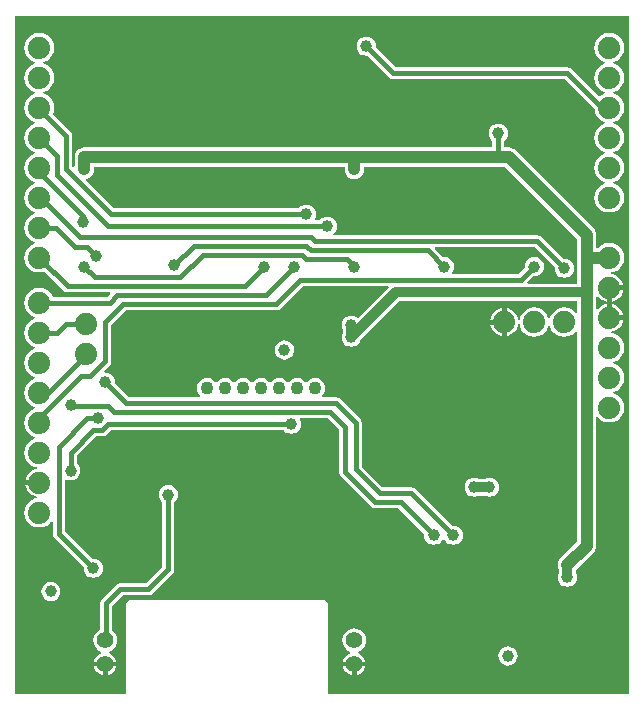
<source format=gbl>
G04*
G04 #@! TF.GenerationSoftware,Altium Limited,Altium Designer,19.1.6 (110)*
G04*
G04 Layer_Physical_Order=2*
G04 Layer_Color=16711680*
%FSLAX25Y25*%
%MOIN*%
G70*
G01*
G75*
%ADD55C,0.03200*%
%ADD56C,0.01600*%
%ADD57C,0.04000*%
%ADD59C,0.03937*%
%ADD60C,0.07400*%
%ADD61C,0.05543*%
%ADD62C,0.03962*%
%ADD63C,0.04356*%
%ADD64C,0.02781*%
G36*
X206662Y227923D02*
Y2039D01*
X106223D01*
Y32000D01*
X106130Y32468D01*
X105865Y32865D01*
X105468Y33130D01*
X105000Y33224D01*
X40000D01*
X39532Y33130D01*
X39135Y32865D01*
X38870Y32468D01*
X38776Y32000D01*
Y2039D01*
X2039D01*
Y227922D01*
X47500D01*
X47516Y227925D01*
X47532Y227922D01*
X50016Y227961D01*
X109999D01*
X206662Y227923D01*
D02*
G37*
%LPC*%
G36*
X200000Y222442D02*
X198721Y222274D01*
X197529Y221780D01*
X196505Y220995D01*
X195720Y219971D01*
X195226Y218779D01*
X195058Y217500D01*
X195226Y216221D01*
X195720Y215029D01*
X196505Y214005D01*
X197529Y213220D01*
X198639Y212760D01*
X198683Y212500D01*
X198639Y212240D01*
X197529Y211780D01*
X196505Y210995D01*
X195720Y209971D01*
X195226Y208779D01*
X195058Y207500D01*
X195226Y206221D01*
X195720Y205029D01*
X196505Y204005D01*
X197529Y203220D01*
X198639Y202760D01*
X198683Y202500D01*
X198639Y202240D01*
X197529Y201780D01*
X196722Y201161D01*
X187442Y210442D01*
X186780Y210884D01*
X186000Y211039D01*
X128845D01*
X122171Y217713D01*
X122208Y218000D01*
X122099Y218830D01*
X121779Y219604D01*
X121269Y220269D01*
X120604Y220779D01*
X119830Y221099D01*
X119000Y221208D01*
X118170Y221099D01*
X117396Y220779D01*
X116731Y220269D01*
X116221Y219604D01*
X115901Y218830D01*
X115792Y218000D01*
X115901Y217170D01*
X116221Y216396D01*
X116731Y215731D01*
X117396Y215221D01*
X118170Y214901D01*
X119000Y214792D01*
X119287Y214829D01*
X126558Y207558D01*
X127220Y207116D01*
X128000Y206961D01*
X185155D01*
X195125Y196992D01*
X195226Y196221D01*
X195720Y195029D01*
X196505Y194005D01*
X197529Y193220D01*
X198639Y192760D01*
X198683Y192500D01*
X198639Y192240D01*
X197529Y191780D01*
X196505Y190995D01*
X195720Y189971D01*
X195226Y188779D01*
X195058Y187500D01*
X195226Y186221D01*
X195720Y185029D01*
X196505Y184005D01*
X197529Y183220D01*
X198639Y182760D01*
X198683Y182500D01*
X198639Y182240D01*
X197529Y181780D01*
X196505Y180995D01*
X195720Y179971D01*
X195226Y178779D01*
X195058Y177500D01*
X195226Y176221D01*
X195720Y175029D01*
X196505Y174005D01*
X197529Y173220D01*
X198639Y172760D01*
X198683Y172500D01*
X198639Y172240D01*
X197529Y171780D01*
X196505Y170995D01*
X195720Y169971D01*
X195226Y168779D01*
X195058Y167500D01*
X195226Y166221D01*
X195720Y165029D01*
X196505Y164005D01*
X197529Y163220D01*
X198721Y162726D01*
X200000Y162558D01*
X201279Y162726D01*
X202471Y163220D01*
X203495Y164005D01*
X204280Y165029D01*
X204774Y166221D01*
X204942Y167500D01*
X204774Y168779D01*
X204280Y169971D01*
X203495Y170995D01*
X202471Y171780D01*
X201361Y172240D01*
X201317Y172500D01*
X201361Y172760D01*
X202471Y173220D01*
X203495Y174005D01*
X204280Y175029D01*
X204774Y176221D01*
X204942Y177500D01*
X204774Y178779D01*
X204280Y179971D01*
X203495Y180995D01*
X202471Y181780D01*
X201361Y182240D01*
X201317Y182500D01*
X201361Y182760D01*
X202471Y183220D01*
X203495Y184005D01*
X204280Y185029D01*
X204774Y186221D01*
X204942Y187500D01*
X204774Y188779D01*
X204280Y189971D01*
X203495Y190995D01*
X202471Y191780D01*
X201361Y192240D01*
X201317Y192500D01*
X201361Y192760D01*
X202471Y193220D01*
X203495Y194005D01*
X204280Y195029D01*
X204774Y196221D01*
X204942Y197500D01*
X204774Y198779D01*
X204280Y199971D01*
X203495Y200995D01*
X202471Y201780D01*
X201361Y202240D01*
X201317Y202500D01*
X201361Y202760D01*
X202471Y203220D01*
X203495Y204005D01*
X204280Y205029D01*
X204774Y206221D01*
X204942Y207500D01*
X204774Y208779D01*
X204280Y209971D01*
X203495Y210995D01*
X202471Y211780D01*
X201361Y212240D01*
X201317Y212500D01*
X201361Y212760D01*
X202471Y213220D01*
X203495Y214005D01*
X204280Y215029D01*
X204774Y216221D01*
X204942Y217500D01*
X204774Y218779D01*
X204280Y219971D01*
X203495Y220995D01*
X202471Y221780D01*
X201279Y222274D01*
X200000Y222442D01*
D02*
G37*
G36*
X204635Y136700D02*
X200800D01*
Y132865D01*
X201227Y132921D01*
X202370Y133395D01*
X203352Y134148D01*
X204105Y135130D01*
X204579Y136273D01*
X204635Y136700D01*
D02*
G37*
G36*
X10000Y222442D02*
X8721Y222274D01*
X7529Y221780D01*
X6505Y220995D01*
X5720Y219971D01*
X5226Y218779D01*
X5058Y217500D01*
X5226Y216221D01*
X5720Y215029D01*
X6505Y214005D01*
X7529Y213220D01*
X8639Y212760D01*
X8683Y212500D01*
X8639Y212240D01*
X7529Y211780D01*
X6505Y210995D01*
X5720Y209971D01*
X5226Y208779D01*
X5058Y207500D01*
X5226Y206221D01*
X5720Y205029D01*
X6505Y204005D01*
X7529Y203220D01*
X8639Y202760D01*
X8683Y202500D01*
X8639Y202240D01*
X7529Y201780D01*
X6505Y200995D01*
X5720Y199971D01*
X5226Y198779D01*
X5058Y197500D01*
X5226Y196221D01*
X5720Y195029D01*
X6505Y194005D01*
X7529Y193220D01*
X8639Y192760D01*
X8683Y192500D01*
X8639Y192240D01*
X7529Y191780D01*
X6505Y190995D01*
X5720Y189971D01*
X5226Y188779D01*
X5058Y187500D01*
X5226Y186221D01*
X5720Y185029D01*
X6505Y184005D01*
X7529Y183220D01*
X8639Y182760D01*
X8683Y182500D01*
X8639Y182240D01*
X7529Y181780D01*
X6505Y180995D01*
X5720Y179971D01*
X5226Y178779D01*
X5058Y177500D01*
X5226Y176221D01*
X5720Y175029D01*
X6505Y174005D01*
X7529Y173220D01*
X8639Y172760D01*
X8683Y172500D01*
X8639Y172240D01*
X7529Y171780D01*
X6505Y170995D01*
X5720Y169971D01*
X5226Y168779D01*
X5058Y167500D01*
X5226Y166221D01*
X5720Y165029D01*
X6505Y164005D01*
X7529Y163220D01*
X8639Y162760D01*
X8683Y162500D01*
X8639Y162240D01*
X7529Y161780D01*
X6505Y160995D01*
X5720Y159971D01*
X5226Y158779D01*
X5058Y157500D01*
X5226Y156221D01*
X5720Y155029D01*
X6505Y154005D01*
X7529Y153220D01*
X8639Y152760D01*
X8683Y152500D01*
X8639Y152240D01*
X7529Y151780D01*
X6505Y150995D01*
X5720Y149971D01*
X5226Y148779D01*
X5058Y147500D01*
X5226Y146221D01*
X5720Y145029D01*
X6505Y144005D01*
X7529Y143220D01*
X8721Y142726D01*
X10000Y142558D01*
X11279Y142726D01*
X11711Y142905D01*
X18058Y136558D01*
X18720Y136116D01*
X19500Y135961D01*
X33424D01*
X33615Y135499D01*
X32655Y134539D01*
X14459D01*
X14280Y134971D01*
X13495Y135995D01*
X12471Y136780D01*
X11279Y137274D01*
X10000Y137442D01*
X8721Y137274D01*
X7529Y136780D01*
X6505Y135995D01*
X5720Y134971D01*
X5226Y133779D01*
X5058Y132500D01*
X5226Y131221D01*
X5720Y130029D01*
X6505Y129005D01*
X7529Y128220D01*
X8639Y127760D01*
X8683Y127500D01*
X8639Y127240D01*
X7529Y126780D01*
X6505Y125995D01*
X5720Y124971D01*
X5226Y123779D01*
X5058Y122500D01*
X5226Y121221D01*
X5720Y120029D01*
X6505Y119005D01*
X7529Y118220D01*
X8639Y117760D01*
X8683Y117500D01*
X8639Y117240D01*
X7529Y116780D01*
X6505Y115995D01*
X5720Y114971D01*
X5226Y113779D01*
X5058Y112500D01*
X5226Y111221D01*
X5720Y110029D01*
X6505Y109005D01*
X7529Y108220D01*
X8639Y107760D01*
X8683Y107500D01*
X8639Y107240D01*
X7529Y106780D01*
X6505Y105995D01*
X5720Y104971D01*
X5226Y103779D01*
X5058Y102500D01*
X5226Y101221D01*
X5720Y100029D01*
X6505Y99005D01*
X7529Y98220D01*
X8639Y97760D01*
X8683Y97500D01*
X8639Y97240D01*
X7529Y96780D01*
X6505Y95995D01*
X5720Y94971D01*
X5226Y93779D01*
X5058Y92500D01*
X5226Y91221D01*
X5720Y90029D01*
X6505Y89005D01*
X7529Y88220D01*
X8639Y87760D01*
X8683Y87500D01*
X8639Y87240D01*
X7529Y86780D01*
X6505Y85995D01*
X5720Y84971D01*
X5226Y83779D01*
X5058Y82500D01*
X5226Y81221D01*
X5720Y80029D01*
X6505Y79005D01*
X7529Y78220D01*
X8721Y77726D01*
X9289Y77651D01*
Y77147D01*
X8773Y77079D01*
X7630Y76605D01*
X6648Y75852D01*
X5895Y74870D01*
X5421Y73727D01*
X5365Y73300D01*
X10000D01*
Y71700D01*
X5365D01*
X5421Y71273D01*
X5895Y70130D01*
X6648Y69148D01*
X7630Y68395D01*
X8773Y67921D01*
X9289Y67853D01*
Y67349D01*
X8721Y67274D01*
X7529Y66780D01*
X6505Y65995D01*
X5720Y64971D01*
X5226Y63779D01*
X5058Y62500D01*
X5226Y61221D01*
X5720Y60029D01*
X6505Y59005D01*
X7529Y58220D01*
X8721Y57726D01*
X10000Y57558D01*
X11279Y57726D01*
X12471Y58220D01*
X13495Y59005D01*
X13961Y59613D01*
X14461Y59443D01*
Y55500D01*
X14616Y54720D01*
X15058Y54058D01*
X24829Y44287D01*
X24792Y44000D01*
X24901Y43170D01*
X25221Y42396D01*
X25731Y41731D01*
X26396Y41221D01*
X27170Y40901D01*
X28000Y40792D01*
X28830Y40901D01*
X29604Y41221D01*
X30269Y41731D01*
X30779Y42396D01*
X31099Y43170D01*
X31208Y44000D01*
X31099Y44830D01*
X30779Y45604D01*
X30269Y46269D01*
X29604Y46779D01*
X28830Y47099D01*
X28000Y47208D01*
X27713Y47171D01*
X18539Y56345D01*
Y73425D01*
X19039Y73662D01*
X19670Y73401D01*
X20500Y73291D01*
X21330Y73401D01*
X22104Y73721D01*
X22769Y74231D01*
X23279Y74896D01*
X23599Y75670D01*
X23708Y76500D01*
X23599Y77330D01*
X23279Y78104D01*
X22769Y78769D01*
X22539Y78945D01*
Y81655D01*
X28845Y87961D01*
X31000D01*
X31780Y88116D01*
X32442Y88558D01*
X33845Y89961D01*
X91555D01*
X91731Y89731D01*
X92396Y89221D01*
X93170Y88901D01*
X94000Y88792D01*
X94830Y88901D01*
X95604Y89221D01*
X96269Y89731D01*
X96779Y90396D01*
X97099Y91170D01*
X97208Y92000D01*
X97099Y92830D01*
X96838Y93461D01*
X97075Y93961D01*
X106155D01*
X109961Y90155D01*
Y76000D01*
X110116Y75220D01*
X110558Y74558D01*
X120558Y64558D01*
X120558Y64558D01*
X121220Y64116D01*
X122000Y63961D01*
X122000Y63961D01*
X129655D01*
X138329Y55287D01*
X138292Y55000D01*
X138401Y54170D01*
X138721Y53396D01*
X139231Y52731D01*
X139896Y52221D01*
X140670Y51901D01*
X141500Y51792D01*
X142330Y51901D01*
X143104Y52221D01*
X143769Y52731D01*
X144279Y53396D01*
X144479Y53881D01*
X145021D01*
X145221Y53396D01*
X145731Y52731D01*
X146396Y52221D01*
X147170Y51901D01*
X148000Y51792D01*
X148830Y51901D01*
X149604Y52221D01*
X150269Y52731D01*
X150779Y53396D01*
X151099Y54170D01*
X151208Y55000D01*
X151099Y55830D01*
X150779Y56604D01*
X150269Y57269D01*
X149604Y57779D01*
X148830Y58099D01*
X148000Y58209D01*
X147713Y58171D01*
X135442Y70442D01*
X134780Y70884D01*
X134000Y71039D01*
X124345D01*
X117539Y77845D01*
Y92500D01*
X117384Y93280D01*
X116942Y93942D01*
X110442Y100442D01*
X109780Y100884D01*
X109000Y101039D01*
X104512D01*
X104342Y101539D01*
X104409Y101591D01*
X104951Y102296D01*
X105291Y103118D01*
X105407Y104000D01*
X105291Y104882D01*
X104951Y105704D01*
X104409Y106409D01*
X103704Y106951D01*
X102882Y107291D01*
X102000Y107407D01*
X101118Y107291D01*
X100296Y106951D01*
X99591Y106409D01*
X99315Y106050D01*
X98685D01*
X98409Y106409D01*
X97704Y106951D01*
X96882Y107291D01*
X96000Y107407D01*
X95118Y107291D01*
X94296Y106951D01*
X93591Y106409D01*
X93315Y106050D01*
X92685D01*
X92409Y106409D01*
X91704Y106951D01*
X90882Y107291D01*
X90000Y107407D01*
X89118Y107291D01*
X88296Y106951D01*
X87591Y106409D01*
X87315Y106050D01*
X86685D01*
X86409Y106409D01*
X85704Y106951D01*
X84882Y107291D01*
X84000Y107407D01*
X83118Y107291D01*
X82296Y106951D01*
X81591Y106409D01*
X81315Y106050D01*
X80685D01*
X80409Y106409D01*
X79704Y106951D01*
X78882Y107291D01*
X78000Y107407D01*
X77118Y107291D01*
X76296Y106951D01*
X75591Y106409D01*
X75315Y106050D01*
X74685D01*
X74409Y106409D01*
X73704Y106951D01*
X72882Y107291D01*
X72000Y107407D01*
X71118Y107291D01*
X70296Y106951D01*
X69591Y106409D01*
X69315Y106050D01*
X68685D01*
X68409Y106409D01*
X67704Y106951D01*
X66882Y107291D01*
X66000Y107407D01*
X65118Y107291D01*
X64296Y106951D01*
X63591Y106409D01*
X63049Y105704D01*
X62709Y104882D01*
X62593Y104000D01*
X62709Y103118D01*
X63049Y102296D01*
X63591Y101591D01*
X63658Y101539D01*
X63488Y101039D01*
X39845D01*
X35171Y105713D01*
X35208Y106000D01*
X35099Y106830D01*
X34779Y107604D01*
X34269Y108269D01*
X33604Y108779D01*
X32830Y109099D01*
X32000Y109208D01*
X31769Y109178D01*
X31535Y109652D01*
X33442Y111558D01*
X33884Y112220D01*
X34039Y113000D01*
Y125155D01*
X38845Y129961D01*
X89000D01*
X89780Y130116D01*
X90442Y130558D01*
X97845Y137961D01*
X126314D01*
X126505Y137499D01*
X116274Y127268D01*
X116269Y127269D01*
X115604Y127779D01*
X114830Y128099D01*
X114000Y128208D01*
X113170Y128099D01*
X112396Y127779D01*
X111731Y127269D01*
X111221Y126604D01*
X110901Y125830D01*
X110792Y125000D01*
X110901Y124170D01*
X111176Y123506D01*
Y122494D01*
X110901Y121830D01*
X110792Y121000D01*
X110901Y120170D01*
X111221Y119396D01*
X111731Y118731D01*
X112396Y118221D01*
X113170Y117901D01*
X114000Y117792D01*
X114830Y117901D01*
X115604Y118221D01*
X116269Y118731D01*
X116779Y119396D01*
X117054Y120060D01*
X130170Y133176D01*
X189272D01*
Y129259D01*
X188799Y129098D01*
X188495Y129495D01*
X187471Y130280D01*
X186279Y130774D01*
X185000Y130942D01*
X183721Y130774D01*
X182529Y130280D01*
X181505Y129495D01*
X180720Y128471D01*
X180260Y127361D01*
X180000Y127317D01*
X179740Y127361D01*
X179280Y128471D01*
X178495Y129495D01*
X177471Y130280D01*
X176279Y130774D01*
X175000Y130942D01*
X173721Y130774D01*
X172529Y130280D01*
X171505Y129495D01*
X170720Y128471D01*
X170226Y127279D01*
X170151Y126711D01*
X169647D01*
X169579Y127227D01*
X169105Y128370D01*
X168352Y129352D01*
X167370Y130105D01*
X166227Y130579D01*
X165800Y130635D01*
Y126000D01*
Y121365D01*
X166227Y121421D01*
X167370Y121895D01*
X168352Y122648D01*
X169105Y123630D01*
X169579Y124773D01*
X169647Y125289D01*
X170151D01*
X170226Y124721D01*
X170720Y123529D01*
X171505Y122505D01*
X172529Y121720D01*
X173721Y121226D01*
X175000Y121058D01*
X176279Y121226D01*
X177471Y121720D01*
X178495Y122505D01*
X179280Y123529D01*
X179740Y124639D01*
X180000Y124683D01*
X180260Y124639D01*
X180720Y123529D01*
X181505Y122505D01*
X182529Y121720D01*
X183721Y121226D01*
X185000Y121058D01*
X186279Y121226D01*
X187471Y121720D01*
X188495Y122505D01*
X188799Y122902D01*
X189272Y122741D01*
Y52837D01*
X183718Y47282D01*
X183205Y46614D01*
X182882Y45835D01*
X182772Y45000D01*
X182882Y44165D01*
X183176Y43456D01*
Y42494D01*
X182901Y41830D01*
X182792Y41000D01*
X182901Y40170D01*
X183221Y39396D01*
X183731Y38731D01*
X184396Y38221D01*
X185170Y37901D01*
X186000Y37792D01*
X186830Y37901D01*
X187604Y38221D01*
X188269Y38731D01*
X188779Y39396D01*
X189099Y40170D01*
X189208Y41000D01*
X189099Y41830D01*
X188824Y42494D01*
Y43260D01*
X194782Y49218D01*
X195295Y49886D01*
X195618Y50665D01*
X195728Y51500D01*
Y94241D01*
X196201Y94402D01*
X196505Y94005D01*
X197529Y93220D01*
X198721Y92726D01*
X200000Y92558D01*
X201279Y92726D01*
X202471Y93220D01*
X203495Y94005D01*
X204280Y95029D01*
X204774Y96221D01*
X204942Y97500D01*
X204774Y98779D01*
X204280Y99971D01*
X203495Y100995D01*
X202471Y101780D01*
X201361Y102240D01*
X201317Y102500D01*
X201361Y102760D01*
X202471Y103220D01*
X203495Y104005D01*
X204280Y105029D01*
X204774Y106221D01*
X204942Y107500D01*
X204774Y108779D01*
X204280Y109971D01*
X203495Y110995D01*
X202471Y111780D01*
X201361Y112240D01*
X201317Y112500D01*
X201361Y112760D01*
X202471Y113220D01*
X203495Y114005D01*
X204280Y115029D01*
X204774Y116221D01*
X204942Y117500D01*
X204774Y118779D01*
X204280Y119971D01*
X203495Y120995D01*
X202471Y121780D01*
X201279Y122274D01*
X200711Y122349D01*
Y122853D01*
X201227Y122921D01*
X202370Y123395D01*
X203352Y124148D01*
X204105Y125130D01*
X204579Y126273D01*
X204635Y126700D01*
X200000D01*
Y127500D01*
X199200D01*
Y132135D01*
X198773Y132079D01*
X197630Y131605D01*
X196648Y130852D01*
X196228Y130304D01*
X195728Y130474D01*
Y134526D01*
X196228Y134696D01*
X196648Y134148D01*
X197630Y133395D01*
X198773Y132921D01*
X199200Y132865D01*
Y137500D01*
X200000D01*
Y138300D01*
X204635D01*
X204579Y138727D01*
X204105Y139870D01*
X203352Y140852D01*
X202370Y141605D01*
X201227Y142079D01*
X200711Y142147D01*
Y142651D01*
X201279Y142726D01*
X202471Y143220D01*
X203495Y144005D01*
X204280Y145029D01*
X204774Y146221D01*
X204942Y147500D01*
X204774Y148779D01*
X204280Y149971D01*
X203495Y150995D01*
X202471Y151780D01*
X201279Y152274D01*
X200000Y152442D01*
X198721Y152274D01*
X197529Y151780D01*
X196505Y150995D01*
X196300Y150728D01*
X195728D01*
Y155000D01*
X195618Y155835D01*
X195295Y156614D01*
X194782Y157282D01*
X168782Y183282D01*
X168114Y183795D01*
X167335Y184118D01*
X166500Y184228D01*
X165039D01*
Y186555D01*
X165269Y186731D01*
X165779Y187396D01*
X166099Y188170D01*
X166208Y189000D01*
X166099Y189830D01*
X165779Y190604D01*
X165269Y191269D01*
X164604Y191779D01*
X163830Y192099D01*
X163000Y192208D01*
X162170Y192099D01*
X161396Y191779D01*
X160731Y191269D01*
X160221Y190604D01*
X159901Y189830D01*
X159792Y189000D01*
X159901Y188170D01*
X160221Y187396D01*
X160731Y186731D01*
X160961Y186555D01*
Y184228D01*
X25000D01*
X24165Y184118D01*
X23386Y183795D01*
X22718Y183282D01*
X22205Y182614D01*
X21882Y181835D01*
X21772Y181000D01*
Y178003D01*
X21272Y177772D01*
X21039Y177955D01*
Y188000D01*
X20884Y188780D01*
X20442Y189442D01*
X14448Y195435D01*
X14774Y196221D01*
X14942Y197500D01*
X14774Y198779D01*
X14280Y199971D01*
X13495Y200995D01*
X12471Y201780D01*
X11361Y202240D01*
X11317Y202500D01*
X11361Y202760D01*
X12471Y203220D01*
X13495Y204005D01*
X14280Y205029D01*
X14774Y206221D01*
X14942Y207500D01*
X14774Y208779D01*
X14280Y209971D01*
X13495Y210995D01*
X12471Y211780D01*
X11361Y212240D01*
X11317Y212500D01*
X11361Y212760D01*
X12471Y213220D01*
X13495Y214005D01*
X14280Y215029D01*
X14774Y216221D01*
X14942Y217500D01*
X14774Y218779D01*
X14280Y219971D01*
X13495Y220995D01*
X12471Y221780D01*
X11279Y222274D01*
X10000Y222442D01*
D02*
G37*
G36*
X200800Y132135D02*
Y128300D01*
X204635D01*
X204579Y128727D01*
X204105Y129870D01*
X203352Y130852D01*
X202370Y131605D01*
X201227Y132079D01*
X200800Y132135D01*
D02*
G37*
G36*
X164200Y130635D02*
X163773Y130579D01*
X162630Y130105D01*
X161648Y129352D01*
X160895Y128370D01*
X160421Y127227D01*
X160365Y126800D01*
X164200D01*
Y130635D01*
D02*
G37*
G36*
Y125200D02*
X160365D01*
X160421Y124773D01*
X160895Y123630D01*
X161648Y122648D01*
X162630Y121895D01*
X163773Y121421D01*
X164200Y121365D01*
Y125200D01*
D02*
G37*
G36*
X91733Y119944D02*
X90906Y119835D01*
X90135Y119516D01*
X89473Y119008D01*
X88965Y118346D01*
X88646Y117575D01*
X88537Y116748D01*
X88646Y115921D01*
X88965Y115150D01*
X89473Y114488D01*
X90135Y113980D01*
X90906Y113661D01*
X91733Y113552D01*
X92560Y113661D01*
X93331Y113980D01*
X93993Y114488D01*
X94501Y115150D01*
X94820Y115921D01*
X94929Y116748D01*
X94820Y117575D01*
X94501Y118346D01*
X93993Y119008D01*
X93331Y119516D01*
X92560Y119835D01*
X91733Y119944D01*
D02*
G37*
G36*
X160000Y74208D02*
X159170Y74099D01*
X158506Y73824D01*
X156494D01*
X155830Y74099D01*
X155000Y74208D01*
X154170Y74099D01*
X153396Y73779D01*
X152731Y73269D01*
X152221Y72604D01*
X151901Y71830D01*
X151792Y71000D01*
X151901Y70170D01*
X152221Y69396D01*
X152731Y68731D01*
X153396Y68221D01*
X154170Y67901D01*
X155000Y67791D01*
X155830Y67901D01*
X156494Y68176D01*
X158506D01*
X159170Y67901D01*
X160000Y67791D01*
X160830Y67901D01*
X161604Y68221D01*
X162269Y68731D01*
X162779Y69396D01*
X163099Y70170D01*
X163208Y71000D01*
X163099Y71830D01*
X162779Y72604D01*
X162269Y73269D01*
X161604Y73779D01*
X160830Y74099D01*
X160000Y74208D01*
D02*
G37*
G36*
X13887Y39468D02*
X13060Y39359D01*
X12289Y39040D01*
X11627Y38532D01*
X11119Y37870D01*
X10800Y37099D01*
X10691Y36272D01*
X10800Y35445D01*
X11119Y34674D01*
X11627Y34012D01*
X12289Y33504D01*
X13060Y33185D01*
X13887Y33076D01*
X14714Y33185D01*
X15485Y33504D01*
X16147Y34012D01*
X16655Y34674D01*
X16974Y35445D01*
X17083Y36272D01*
X16974Y37099D01*
X16655Y37870D01*
X16147Y38532D01*
X15485Y39040D01*
X14714Y39359D01*
X13887Y39468D01*
D02*
G37*
G36*
X115000Y23943D02*
X113963Y23806D01*
X112997Y23406D01*
X112168Y22770D01*
X111531Y21940D01*
X111131Y20974D01*
X110994Y19937D01*
X111131Y18900D01*
X111531Y17934D01*
X112168Y17105D01*
X112997Y16468D01*
X113735Y16162D01*
X113735Y15621D01*
X113098Y15357D01*
X112310Y14753D01*
X111706Y13965D01*
X111326Y13048D01*
X111301Y12863D01*
X115000D01*
X118699D01*
X118674Y13048D01*
X118294Y13965D01*
X117690Y14753D01*
X116902Y15357D01*
X116265Y15621D01*
X116265Y16162D01*
X117003Y16468D01*
X117833Y17105D01*
X118469Y17934D01*
X118869Y18900D01*
X119006Y19937D01*
X118869Y20974D01*
X118469Y21940D01*
X117833Y22770D01*
X117003Y23406D01*
X116037Y23806D01*
X115000Y23943D01*
D02*
G37*
G36*
X53000Y71709D02*
X52170Y71599D01*
X51396Y71279D01*
X50731Y70769D01*
X50221Y70104D01*
X49901Y69330D01*
X49792Y68500D01*
X49901Y67670D01*
X50221Y66896D01*
X50731Y66231D01*
X50961Y66055D01*
Y44425D01*
X45575Y39039D01*
X37000D01*
X36220Y38884D01*
X35558Y38442D01*
X30915Y33799D01*
X30473Y33137D01*
X30318Y32357D01*
Y23539D01*
X29997Y23406D01*
X29168Y22770D01*
X28531Y21940D01*
X28131Y20974D01*
X27994Y19937D01*
X28131Y18900D01*
X28531Y17934D01*
X29168Y17105D01*
X29997Y16468D01*
X30735Y16162D01*
X30735Y15621D01*
X30098Y15357D01*
X29310Y14753D01*
X28706Y13965D01*
X28326Y13048D01*
X28301Y12863D01*
X32000D01*
X35699D01*
X35674Y13048D01*
X35294Y13965D01*
X34690Y14753D01*
X33902Y15357D01*
X33265Y15621D01*
X33265Y16162D01*
X34003Y16468D01*
X34833Y17105D01*
X35469Y17934D01*
X35869Y18900D01*
X36006Y19937D01*
X35869Y20974D01*
X35469Y21940D01*
X34833Y22770D01*
X34396Y23104D01*
Y31512D01*
X37845Y34961D01*
X46420D01*
X47200Y35116D01*
X47862Y35558D01*
X54442Y42138D01*
X54442Y42138D01*
X54884Y42800D01*
X55039Y43580D01*
X55039Y43580D01*
Y66055D01*
X55269Y66231D01*
X55779Y66896D01*
X56099Y67670D01*
X56208Y68500D01*
X56099Y69330D01*
X55779Y70104D01*
X55269Y70769D01*
X54604Y71279D01*
X53830Y71599D01*
X53000Y71709D01*
D02*
G37*
G36*
X166233Y17944D02*
X165406Y17835D01*
X164635Y17516D01*
X163973Y17008D01*
X163465Y16346D01*
X163146Y15575D01*
X163037Y14748D01*
X163146Y13921D01*
X163465Y13150D01*
X163973Y12488D01*
X164635Y11980D01*
X165406Y11661D01*
X166233Y11552D01*
X167060Y11661D01*
X167831Y11980D01*
X168493Y12488D01*
X169001Y13150D01*
X169320Y13921D01*
X169429Y14748D01*
X169320Y15575D01*
X169001Y16346D01*
X168493Y17008D01*
X167831Y17516D01*
X167060Y17835D01*
X166233Y17944D01*
D02*
G37*
G36*
X35699Y11263D02*
X32800D01*
Y8364D01*
X32985Y8389D01*
X33902Y8769D01*
X34690Y9373D01*
X35294Y10161D01*
X35674Y11078D01*
X35699Y11263D01*
D02*
G37*
G36*
X118699D02*
X115800D01*
Y8364D01*
X115985Y8389D01*
X116902Y8769D01*
X117690Y9373D01*
X118294Y10161D01*
X118674Y11078D01*
X118699Y11263D01*
D02*
G37*
G36*
X114200D02*
X111301D01*
X111326Y11078D01*
X111706Y10161D01*
X112310Y9373D01*
X113098Y8769D01*
X114015Y8389D01*
X114200Y8364D01*
Y11263D01*
D02*
G37*
G36*
X31200D02*
X28301D01*
X28326Y11078D01*
X28706Y10161D01*
X29310Y9373D01*
X30098Y8769D01*
X31015Y8389D01*
X31200Y8364D01*
Y11263D01*
D02*
G37*
%LPD*%
G36*
X189272Y153663D02*
Y147500D01*
Y138824D01*
X172861D01*
X172670Y139286D01*
X174713Y141329D01*
X175000Y141292D01*
X175830Y141401D01*
X176604Y141721D01*
X177269Y142231D01*
X177779Y142896D01*
X178099Y143670D01*
X178208Y144500D01*
X178099Y145330D01*
X177779Y146104D01*
X177269Y146769D01*
X176604Y147279D01*
X175830Y147599D01*
X175000Y147708D01*
X174170Y147599D01*
X173396Y147279D01*
X172731Y146769D01*
X172221Y146104D01*
X171901Y145330D01*
X171792Y144500D01*
X171829Y144213D01*
X169655Y142039D01*
X147752D01*
X147505Y142539D01*
X147779Y142896D01*
X148099Y143670D01*
X148208Y144500D01*
X148099Y145330D01*
X147779Y146104D01*
X147269Y146769D01*
X146604Y147279D01*
X145830Y147599D01*
X145000Y147708D01*
X144713Y147671D01*
X141885Y150499D01*
X142076Y150961D01*
X175155D01*
X181829Y144287D01*
X181792Y144000D01*
X181901Y143170D01*
X182221Y142396D01*
X182731Y141731D01*
X183396Y141221D01*
X184170Y140901D01*
X185000Y140792D01*
X185830Y140901D01*
X186604Y141221D01*
X187269Y141731D01*
X187779Y142396D01*
X188099Y143170D01*
X188208Y144000D01*
X188099Y144830D01*
X187779Y145604D01*
X187269Y146269D01*
X186604Y146779D01*
X185830Y147099D01*
X185000Y147208D01*
X184713Y147171D01*
X177442Y154442D01*
X176780Y154884D01*
X176000Y155039D01*
X108188D01*
X108018Y155539D01*
X108269Y155731D01*
X108779Y156396D01*
X109099Y157170D01*
X109208Y158000D01*
X109099Y158830D01*
X108779Y159604D01*
X108269Y160269D01*
X107604Y160779D01*
X106830Y161099D01*
X106000Y161208D01*
X105170Y161099D01*
X104396Y160779D01*
X103731Y160269D01*
X103555Y160039D01*
X102075D01*
X101838Y160539D01*
X102099Y161170D01*
X102208Y162000D01*
X102099Y162830D01*
X101779Y163604D01*
X101269Y164269D01*
X100604Y164779D01*
X99830Y165099D01*
X99000Y165208D01*
X98170Y165099D01*
X97396Y164779D01*
X96731Y164269D01*
X96555Y164039D01*
X34845D01*
X25498Y173386D01*
X25659Y173859D01*
X25835Y173882D01*
X26614Y174205D01*
X27282Y174718D01*
X27795Y175386D01*
X28118Y176165D01*
X28228Y177000D01*
Y177772D01*
X111772D01*
Y177000D01*
X111882Y176165D01*
X112205Y175386D01*
X112718Y174718D01*
X113386Y174205D01*
X114165Y173882D01*
X115000Y173772D01*
X115835Y173882D01*
X116614Y174205D01*
X117282Y174718D01*
X117795Y175386D01*
X118118Y176165D01*
X118228Y177000D01*
Y177772D01*
X165163D01*
X189272Y153663D01*
D02*
G37*
D55*
X155000Y71000D02*
X160000D01*
X186000Y41000D02*
Y45000D01*
X114000Y121000D02*
Y125000D01*
Y121000D02*
X129000Y136000D01*
X192500D01*
D56*
X9500Y167500D02*
X10000D01*
X16500Y84500D02*
X26000Y94000D01*
X16500Y55500D02*
Y84500D01*
X26000Y94000D02*
X29500D01*
X25000Y144500D02*
X28500Y141000D01*
X57000D01*
X64500Y148500D01*
X97500D01*
X99000Y147000D01*
X112500D01*
X115000Y144500D01*
X10000Y176000D02*
X24500Y161500D01*
Y159500D02*
Y161500D01*
X10000Y176000D02*
Y177500D01*
X170500Y140000D02*
X175000Y144500D01*
X97000Y140000D02*
X170500D01*
X89000Y132000D02*
X97000Y140000D01*
X10000Y92500D02*
Y94000D01*
X24000Y108000D01*
X27000D01*
X32000Y113000D01*
Y126000D01*
X38000Y132000D01*
X89000D01*
X10000Y167500D02*
X10500D01*
X23500Y154500D01*
X100500D01*
X102000Y153000D01*
X176000D01*
X185000Y144000D01*
X34000Y162000D02*
X99000D01*
X19000Y177000D02*
X34000Y162000D01*
X19000Y177000D02*
Y188000D01*
X10000Y197000D02*
X19000Y188000D01*
X10000Y197000D02*
Y197500D01*
X16000Y175000D02*
X33000Y158000D01*
X106000D01*
X10000Y187500D02*
X16000Y181500D01*
Y175000D02*
Y181500D01*
X32000Y106000D02*
X39000Y99000D01*
X26000Y151000D02*
X29000Y148000D01*
X22000Y151000D02*
X26000D01*
X15500Y157500D02*
X22000Y151000D01*
X10000Y157500D02*
X15500D01*
X39000Y99000D02*
X109000D01*
X115500Y92500D01*
Y77000D02*
Y92500D01*
Y77000D02*
X123500Y69000D01*
X134000D01*
X148000Y55000D01*
X20500Y98500D02*
X21000Y98000D01*
X33000D01*
X35000Y96000D01*
X107000D01*
X130500Y66000D02*
X141500Y55000D01*
X122000Y66000D02*
X130500D01*
X112000Y76000D02*
X122000Y66000D01*
X112000Y76000D02*
Y91000D01*
X107000Y96000D02*
X112000Y91000D01*
X61500Y151500D02*
X99000D01*
X100500Y150000D01*
X139500D01*
X55000Y145000D02*
X61500Y151500D01*
X139500Y150000D02*
X145000Y144500D01*
X119000Y218000D02*
X128000Y209000D01*
X186000D01*
X197500Y197500D01*
X200000D01*
X10000Y102500D02*
X13000D01*
X25641Y115141D01*
Y115391D01*
X10000Y122500D02*
X16000D01*
X18891Y125391D01*
X25641D01*
X46420Y37000D02*
X53000Y43580D01*
X37000Y37000D02*
X46420D01*
X32357Y32357D02*
X37000Y37000D01*
X32357Y20937D02*
Y32357D01*
X32000Y19937D02*
X32357Y20937D01*
X53000Y43580D02*
Y68500D01*
X16500Y55500D02*
X28000Y44000D01*
X10000Y147500D02*
X19500Y138000D01*
X78500D01*
X85000Y144500D01*
X85500Y135000D02*
X95000Y144500D01*
X36000Y135000D02*
X85500D01*
X33500Y132500D02*
X36000Y135000D01*
X10000Y132500D02*
X33500D01*
X163000Y183000D02*
X165000Y181000D01*
X163000Y183000D02*
Y189000D01*
X20500Y76500D02*
Y82500D01*
X28000Y90000D01*
X31000D01*
X33000Y92000D01*
X94000D01*
D57*
X163000Y181000D02*
X165000D01*
X186000Y45000D02*
X192500Y51500D01*
X25000Y177000D02*
Y181000D01*
X115000Y177000D02*
Y181000D01*
X192500Y147500D02*
X200000D01*
X166500Y181000D02*
X192500Y155000D01*
Y147500D02*
Y155000D01*
Y136000D02*
Y147500D01*
Y51500D02*
Y136000D01*
X25000Y181000D02*
X115000D01*
X163000D01*
X165000D02*
X166500D01*
D59*
X91733Y116748D02*
D03*
X166233Y14748D02*
D03*
X13887Y36272D02*
D03*
D60*
X25641Y115391D02*
D03*
Y125391D02*
D03*
X165000Y126000D02*
D03*
X175000D02*
D03*
X185000D02*
D03*
X10000Y62500D02*
D03*
Y72500D02*
D03*
Y82500D02*
D03*
Y92500D02*
D03*
Y102500D02*
D03*
Y112500D02*
D03*
Y122500D02*
D03*
Y132500D02*
D03*
Y147500D02*
D03*
Y157500D02*
D03*
Y167500D02*
D03*
Y177500D02*
D03*
Y187500D02*
D03*
Y197500D02*
D03*
Y207500D02*
D03*
Y217500D02*
D03*
X200000D02*
D03*
Y207500D02*
D03*
Y197500D02*
D03*
Y187500D02*
D03*
Y177500D02*
D03*
Y167500D02*
D03*
Y147500D02*
D03*
Y137500D02*
D03*
Y127500D02*
D03*
Y117500D02*
D03*
Y107500D02*
D03*
Y97500D02*
D03*
D61*
X32000Y12063D02*
D03*
Y19937D02*
D03*
X115000Y12063D02*
D03*
Y19937D02*
D03*
D62*
X25000Y144500D02*
D03*
X115000D02*
D03*
X24500Y159500D02*
D03*
X175000Y144500D02*
D03*
X185000Y144000D02*
D03*
X99000Y162000D02*
D03*
X106000Y158000D02*
D03*
X32000Y106000D02*
D03*
X29000Y148000D02*
D03*
X148000Y55000D02*
D03*
X141500D02*
D03*
X20500Y98500D02*
D03*
X145000Y144500D02*
D03*
X55000Y145000D02*
D03*
X119000Y218000D02*
D03*
X53000Y68500D02*
D03*
X28000Y44000D02*
D03*
X29500Y94000D02*
D03*
X85000Y144500D02*
D03*
X95000D02*
D03*
X155000Y71000D02*
D03*
X160000D02*
D03*
X186000Y41000D02*
D03*
Y45000D02*
D03*
X114000Y125000D02*
D03*
Y121000D02*
D03*
X163000Y189000D02*
D03*
X115000Y181000D02*
D03*
Y177000D02*
D03*
X25000D02*
D03*
Y181000D02*
D03*
X94000Y92000D02*
D03*
X20500Y76500D02*
D03*
X118000Y157500D02*
D03*
X113000D02*
D03*
X171500Y103500D02*
D03*
Y98500D02*
D03*
Y73500D02*
D03*
Y78500D02*
D03*
Y83500D02*
D03*
Y88500D02*
D03*
Y93500D02*
D03*
X203500Y88500D02*
D03*
Y68500D02*
D03*
Y73500D02*
D03*
Y78500D02*
D03*
Y83500D02*
D03*
X119000Y59500D02*
D03*
X114000D02*
D03*
X84500Y215500D02*
D03*
X127000Y80500D02*
D03*
X176500Y93500D02*
D03*
Y98500D02*
D03*
Y103500D02*
D03*
X203500Y63500D02*
D03*
X20500Y58000D02*
D03*
X33500Y220500D02*
D03*
Y215500D02*
D03*
X129500Y220500D02*
D03*
Y215500D02*
D03*
X186500Y98500D02*
D03*
X156000Y22500D02*
D03*
X186500Y103500D02*
D03*
Y93500D02*
D03*
X181500D02*
D03*
X135500Y120500D02*
D03*
X140500Y115500D02*
D03*
X179000Y5500D02*
D03*
X156000D02*
D03*
X197500Y157500D02*
D03*
X202000D02*
D03*
X71500Y39500D02*
D03*
X66000D02*
D03*
X102500Y187000D02*
D03*
X107500D02*
D03*
X174000Y159000D02*
D03*
X188000Y169000D02*
D03*
X128000Y19000D02*
D03*
X127000Y75500D02*
D03*
X77000Y39500D02*
D03*
X84500Y220500D02*
D03*
X20500Y63000D02*
D03*
X197500Y38500D02*
D03*
X179000Y22500D02*
D03*
X127000Y85500D02*
D03*
X202500Y38500D02*
D03*
X135500Y115500D02*
D03*
X107500Y217000D02*
D03*
X102500D02*
D03*
X188000Y174000D02*
D03*
X179000Y159000D02*
D03*
X181500Y98500D02*
D03*
Y103500D02*
D03*
X107500Y174500D02*
D03*
X102500D02*
D03*
X62500D02*
D03*
X57500D02*
D03*
X152500D02*
D03*
X147500D02*
D03*
D63*
X78000Y104000D02*
D03*
X102000D02*
D03*
X96000D02*
D03*
X90000D02*
D03*
X84000D02*
D03*
X66000D02*
D03*
X72000D02*
D03*
X60000D02*
D03*
D64*
X148000Y48000D02*
D03*
X141500D02*
D03*
X134500D02*
D03*
X127500D02*
D03*
M02*

</source>
